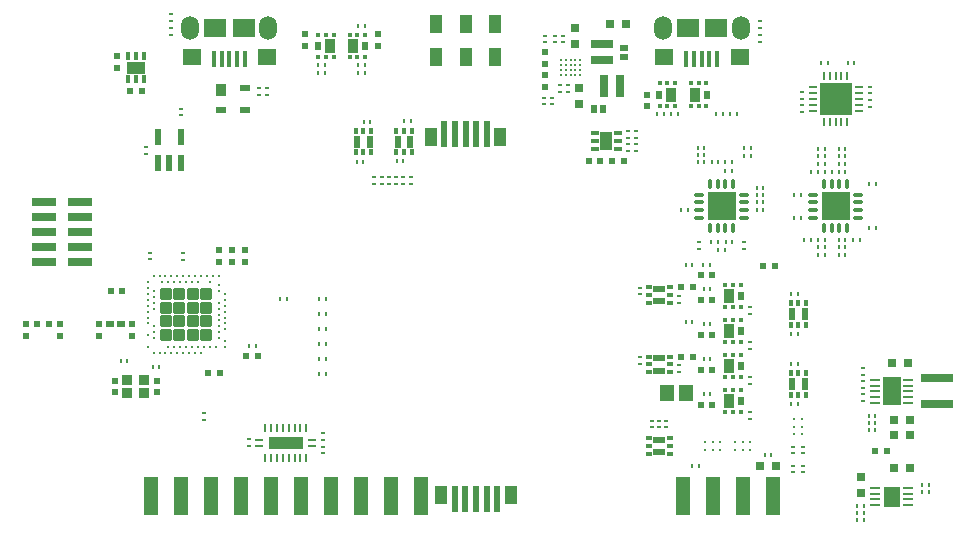
<source format=gtp>
G04*
G04 #@! TF.GenerationSoftware,Altium Limited,Altium Designer,20.1.14 (287)*
G04*
G04 Layer_Color=8421504*
%FSLAX24Y24*%
%MOIN*%
G70*
G04*
G04 #@! TF.SameCoordinates,36825D0D-408E-4E44-9134-4F5201A7400A*
G04*
G04*
G04 #@! TF.FilePolarity,Positive*
G04*
G01*
G75*
G04:AMPARAMS|DCode=23|XSize=37mil|YSize=37mil|CornerRadius=2.8mil|HoleSize=0mil|Usage=FLASHONLY|Rotation=0.000|XOffset=0mil|YOffset=0mil|HoleType=Round|Shape=RoundedRectangle|*
%AMROUNDEDRECTD23*
21,1,0.0370,0.0315,0,0,0.0*
21,1,0.0315,0.0370,0,0,0.0*
1,1,0.0056,0.0157,-0.0157*
1,1,0.0056,-0.0157,-0.0157*
1,1,0.0056,-0.0157,0.0157*
1,1,0.0056,0.0157,0.0157*
%
%ADD23ROUNDEDRECTD23*%
%ADD24O,0.0591X0.0787*%
%ADD25R,0.0500X0.1252*%
%ADD26R,0.0118X0.0106*%
%ADD27R,0.0197X0.0276*%
%ADD28R,0.0106X0.0118*%
%ADD29R,0.0276X0.0197*%
%ADD30R,0.0799X0.0299*%
%ADD31R,0.0217X0.0571*%
%ADD32R,0.0217X0.0571*%
%ADD33R,0.0157X0.0167*%
%ADD34R,0.0374X0.0453*%
%ADD35R,0.0189X0.0315*%
%ADD36O,0.0354X0.0098*%
%ADD37R,0.0571X0.0685*%
%ADD38R,0.0258X0.0118*%
%ADD39R,0.0390X0.0630*%
%ADD40R,0.0118X0.0258*%
%ADD41R,0.0630X0.0390*%
%ADD42O,0.0315X0.0098*%
%ADD43O,0.0098X0.0315*%
%ADD44R,0.1063X0.1063*%
%ADD45R,0.0197X0.0138*%
%ADD46R,0.0394X0.0236*%
%ADD47R,0.0138X0.0197*%
%ADD48R,0.0236X0.0394*%
%ADD49O,0.0098X0.0276*%
%ADD50R,0.0394X0.0630*%
%ADD51R,0.0197X0.0236*%
%ADD52R,0.0374X0.0335*%
%ADD53C,0.0118*%
%ADD54R,0.1142X0.0394*%
%ADD55O,0.0276X0.0098*%
%ADD56R,0.0354X0.0098*%
%ADD57R,0.0587X0.0929*%
%ADD58C,0.0083*%
%ADD59O,0.0118X0.0374*%
%ADD60O,0.0374X0.0118*%
%ADD61R,0.0925X0.0925*%
%ADD62R,0.0925X0.0925*%
%ADD63R,0.0236X0.0217*%
%ADD64R,0.0217X0.0236*%
%ADD65R,0.0453X0.0531*%
%ADD66R,0.0417X0.0622*%
%ADD67R,0.0236X0.0858*%
%ADD68R,0.0256X0.0197*%
%ADD69R,0.1063X0.0315*%
%ADD70R,0.0728X0.0256*%
%ADD71R,0.0256X0.0728*%
%ADD72R,0.0157X0.0531*%
%ADD73R,0.0748X0.0610*%
%ADD74R,0.0630X0.0551*%
%ADD75R,0.0335X0.0394*%
%ADD76R,0.0335X0.0236*%
%ADD77R,0.0236X0.0197*%
%ADD78R,0.0295X0.0315*%
%ADD79R,0.0315X0.0295*%
D23*
X6862Y11303D02*
D03*
X7311D02*
D03*
X7760D02*
D03*
X8209D02*
D03*
Y10854D02*
D03*
X7760D02*
D03*
X7311D02*
D03*
X6862D02*
D03*
X8209Y10406D02*
D03*
X7760D02*
D03*
X7311D02*
D03*
X6862D02*
D03*
X8209Y9957D02*
D03*
X7760D02*
D03*
X7311D02*
D03*
X6862D02*
D03*
D24*
X10276Y20187D02*
D03*
X7677D02*
D03*
X26024D02*
D03*
X23425D02*
D03*
D25*
X7366Y4587D02*
D03*
X6366D02*
D03*
X8366D02*
D03*
X9366D02*
D03*
X10366D02*
D03*
X15366D02*
D03*
X14366D02*
D03*
X13366D02*
D03*
X11366D02*
D03*
X12366D02*
D03*
X27091D02*
D03*
X26091D02*
D03*
X24091D02*
D03*
X25091D02*
D03*
D26*
X19449Y17864D02*
D03*
Y17640D02*
D03*
X19734Y17864D02*
D03*
Y17640D02*
D03*
X20266Y18063D02*
D03*
Y18287D02*
D03*
X20010Y18287D02*
D03*
Y18063D02*
D03*
X22520Y16307D02*
D03*
Y16083D02*
D03*
X22254D02*
D03*
Y16307D02*
D03*
X22520Y16752D02*
D03*
Y16528D02*
D03*
X22254D02*
D03*
Y16752D02*
D03*
X23955Y8936D02*
D03*
Y8712D02*
D03*
X30325Y17559D02*
D03*
Y17783D02*
D03*
Y18007D02*
D03*
Y18232D02*
D03*
X28051Y17392D02*
D03*
Y17616D02*
D03*
Y18041D02*
D03*
Y17817D02*
D03*
X30104Y7974D02*
D03*
Y7750D02*
D03*
Y8188D02*
D03*
Y8413D02*
D03*
X30105Y8626D02*
D03*
Y8850D02*
D03*
X26347Y7380D02*
D03*
Y7156D02*
D03*
X28091Y6227D02*
D03*
Y6003D02*
D03*
Y5594D02*
D03*
Y5370D02*
D03*
X27778Y5594D02*
D03*
Y5370D02*
D03*
Y6227D02*
D03*
Y6003D02*
D03*
X26347Y8542D02*
D03*
Y8317D02*
D03*
Y9707D02*
D03*
Y9482D02*
D03*
Y10871D02*
D03*
Y10647D02*
D03*
X23955Y11234D02*
D03*
Y11010D02*
D03*
X24644Y12825D02*
D03*
Y13050D02*
D03*
X26121Y12825D02*
D03*
Y13050D02*
D03*
X23543Y6866D02*
D03*
Y7091D02*
D03*
X23307D02*
D03*
Y6866D02*
D03*
X23071Y7091D02*
D03*
Y6866D02*
D03*
X22652Y8997D02*
D03*
Y9221D02*
D03*
Y11305D02*
D03*
Y11530D02*
D03*
X7352Y17270D02*
D03*
Y17494D02*
D03*
X10236Y18173D02*
D03*
Y17949D02*
D03*
X9951Y18173D02*
D03*
Y17949D02*
D03*
X6344Y12467D02*
D03*
Y12691D02*
D03*
X7437Y12457D02*
D03*
Y12681D02*
D03*
X9636Y6467D02*
D03*
Y6242D02*
D03*
X8120Y7118D02*
D03*
Y7343D02*
D03*
X6206Y16208D02*
D03*
Y15984D02*
D03*
X7028Y19963D02*
D03*
Y20187D02*
D03*
Y20425D02*
D03*
Y20650D02*
D03*
X26673Y19945D02*
D03*
Y19720D02*
D03*
Y20407D02*
D03*
Y20183D02*
D03*
X20108Y19701D02*
D03*
Y19925D02*
D03*
X19843Y19701D02*
D03*
Y19925D02*
D03*
X19498Y19701D02*
D03*
Y19925D02*
D03*
X15022Y14996D02*
D03*
Y15220D02*
D03*
X14780Y14996D02*
D03*
Y15220D02*
D03*
X14537Y14996D02*
D03*
Y15220D02*
D03*
X14295Y14996D02*
D03*
Y15220D02*
D03*
X14053Y14996D02*
D03*
Y15220D02*
D03*
X13811Y14996D02*
D03*
Y15220D02*
D03*
X12096Y6003D02*
D03*
Y6227D02*
D03*
Y6684D02*
D03*
Y6459D02*
D03*
D27*
X21132Y17480D02*
D03*
X21447D02*
D03*
D28*
X23457Y17303D02*
D03*
X23232D02*
D03*
X23691D02*
D03*
X23915D02*
D03*
X25437Y17313D02*
D03*
X25213D02*
D03*
X25665D02*
D03*
X25890D02*
D03*
X25731Y15721D02*
D03*
X25506D02*
D03*
X25054D02*
D03*
X25278D02*
D03*
X26362Y16174D02*
D03*
X26138D02*
D03*
Y15923D02*
D03*
X26362D02*
D03*
X25506Y15416D02*
D03*
X25731D02*
D03*
X24268Y14117D02*
D03*
X24044D02*
D03*
X24807Y15721D02*
D03*
X24583D02*
D03*
Y15947D02*
D03*
X24807D02*
D03*
X24583Y16174D02*
D03*
X24807D02*
D03*
X24411Y5591D02*
D03*
X24636D02*
D03*
X29807Y19005D02*
D03*
X29583D02*
D03*
X28707D02*
D03*
X28932D02*
D03*
X29049Y15396D02*
D03*
X28825D02*
D03*
X28596Y15396D02*
D03*
X28372D02*
D03*
X28823Y15649D02*
D03*
X28598D02*
D03*
X28823Y15901D02*
D03*
X28598D02*
D03*
X28823Y16154D02*
D03*
X28598D02*
D03*
X29287Y15396D02*
D03*
X29512D02*
D03*
X29287Y15649D02*
D03*
X29512D02*
D03*
Y15901D02*
D03*
X29287D02*
D03*
X29287Y16154D02*
D03*
X29512D02*
D03*
X30301Y14983D02*
D03*
X30526D02*
D03*
X30301Y13506D02*
D03*
X30526D02*
D03*
X29287Y13132D02*
D03*
X29512D02*
D03*
X29764D02*
D03*
X29988D02*
D03*
X29287Y12601D02*
D03*
X29512D02*
D03*
X29287Y12867D02*
D03*
X29512D02*
D03*
X28823Y12601D02*
D03*
X28598D02*
D03*
X28598Y12867D02*
D03*
X28823D02*
D03*
Y13132D02*
D03*
X28598D02*
D03*
X26774Y14117D02*
D03*
X26550D02*
D03*
X26550Y14366D02*
D03*
X26774D02*
D03*
X26550Y14615D02*
D03*
X26774D02*
D03*
X26550Y14865D02*
D03*
X26774D02*
D03*
X28033Y14628D02*
D03*
X27809D02*
D03*
X28026Y13861D02*
D03*
X27801D02*
D03*
X28136Y13132D02*
D03*
X28360D02*
D03*
X32073Y4715D02*
D03*
X32297D02*
D03*
X32297Y4956D02*
D03*
X32073D02*
D03*
X29907Y3799D02*
D03*
X30132D02*
D03*
X30132Y4031D02*
D03*
X29907D02*
D03*
X29907Y4262D02*
D03*
X30132D02*
D03*
X30287Y6783D02*
D03*
X30512D02*
D03*
X30512Y7015D02*
D03*
X30287D02*
D03*
X30287Y7248D02*
D03*
X30512D02*
D03*
X26817Y5955D02*
D03*
X27041D02*
D03*
X27703Y11306D02*
D03*
X27927D02*
D03*
X27703Y8996D02*
D03*
X27927D02*
D03*
X27703Y7658D02*
D03*
X27927D02*
D03*
X27703Y9987D02*
D03*
X27927D02*
D03*
X25276Y12781D02*
D03*
X25500D02*
D03*
X25516Y13044D02*
D03*
X25741D02*
D03*
X25258D02*
D03*
X25034D02*
D03*
X24187Y12286D02*
D03*
X24412D02*
D03*
X24993Y12286D02*
D03*
X24768D02*
D03*
X25012Y11489D02*
D03*
X24788D02*
D03*
X24188Y10390D02*
D03*
X24412D02*
D03*
X25012Y10324D02*
D03*
X24788D02*
D03*
X25012Y9156D02*
D03*
X24788D02*
D03*
X25012Y7995D02*
D03*
X24788D02*
D03*
X14809Y17087D02*
D03*
X15033D02*
D03*
X13451Y17057D02*
D03*
X13675D02*
D03*
X13498Y20246D02*
D03*
X13274D02*
D03*
X11935Y18691D02*
D03*
X12159D02*
D03*
X11935Y18937D02*
D03*
X12159D02*
D03*
X13274Y18691D02*
D03*
X13498D02*
D03*
X13498Y18937D02*
D03*
X13274D02*
D03*
X5581Y9085D02*
D03*
X5356D02*
D03*
X6644Y8878D02*
D03*
X6419D02*
D03*
X9628Y9596D02*
D03*
X9852D02*
D03*
X12183Y8654D02*
D03*
X11959D02*
D03*
X12183Y9154D02*
D03*
X11959D02*
D03*
X12183Y9654D02*
D03*
X11959D02*
D03*
X12183Y10154D02*
D03*
X11959D02*
D03*
X12183Y10654D02*
D03*
X11959D02*
D03*
X12183Y11154D02*
D03*
X11959D02*
D03*
X10665D02*
D03*
X10890D02*
D03*
X14778Y15738D02*
D03*
X14553D02*
D03*
X13215Y15709D02*
D03*
X13439D02*
D03*
D29*
X22126Y19213D02*
D03*
Y19528D02*
D03*
D30*
X2787Y12882D02*
D03*
X3988Y14382D02*
D03*
Y13882D02*
D03*
Y13382D02*
D03*
Y12882D02*
D03*
Y12382D02*
D03*
X2787Y14382D02*
D03*
Y13882D02*
D03*
Y13382D02*
D03*
Y12382D02*
D03*
D31*
X6604Y16545D02*
D03*
X7352D02*
D03*
Y15699D02*
D03*
X6978D02*
D03*
D32*
X6604Y15699D02*
D03*
D33*
X25510Y7376D02*
D03*
X25766D02*
D03*
X26022D02*
D03*
Y8121D02*
D03*
X25766D02*
D03*
X25510D02*
D03*
X12982Y19215D02*
D03*
X13238D02*
D03*
X13494D02*
D03*
Y19959D02*
D03*
X13238D02*
D03*
X12982D02*
D03*
X12451Y19959D02*
D03*
X12195D02*
D03*
X11939D02*
D03*
Y19215D02*
D03*
X12195D02*
D03*
X12451D02*
D03*
X24360Y17591D02*
D03*
X24616D02*
D03*
X24872D02*
D03*
Y18335D02*
D03*
X24616D02*
D03*
X24360D02*
D03*
X23829Y17591D02*
D03*
X23573D02*
D03*
X23317D02*
D03*
Y18335D02*
D03*
X23573D02*
D03*
X23829D02*
D03*
X25510Y9282D02*
D03*
X25766D02*
D03*
X26022D02*
D03*
Y8538D02*
D03*
X25766D02*
D03*
X25510D02*
D03*
Y10447D02*
D03*
X25766D02*
D03*
X26022D02*
D03*
Y9703D02*
D03*
X25766D02*
D03*
X25510D02*
D03*
Y11611D02*
D03*
X25766D02*
D03*
X26022D02*
D03*
Y10867D02*
D03*
X25766D02*
D03*
X25510D02*
D03*
D34*
X25638Y7749D02*
D03*
X13110Y19587D02*
D03*
X12323D02*
D03*
X24488Y17963D02*
D03*
X23701D02*
D03*
X25638Y8910D02*
D03*
Y10075D02*
D03*
Y11239D02*
D03*
D35*
X26042Y7749D02*
D03*
X13514Y19587D02*
D03*
X11919D02*
D03*
X24892Y17963D02*
D03*
X23297D02*
D03*
X26042Y8910D02*
D03*
Y10075D02*
D03*
Y11239D02*
D03*
D36*
X31608Y4269D02*
D03*
Y4466D02*
D03*
Y4663D02*
D03*
Y4860D02*
D03*
X30510Y4269D02*
D03*
Y4466D02*
D03*
Y4663D02*
D03*
Y4860D02*
D03*
D37*
X31059Y4564D02*
D03*
D38*
X21927Y16155D02*
D03*
Y16411D02*
D03*
Y16667D02*
D03*
X21157Y16155D02*
D03*
Y16411D02*
D03*
Y16667D02*
D03*
D39*
X21542Y16411D02*
D03*
D40*
X5610Y18473D02*
D03*
X5866D02*
D03*
X6122D02*
D03*
X5610Y19243D02*
D03*
X5866D02*
D03*
X6122D02*
D03*
D41*
X5866Y18858D02*
D03*
D42*
X28415Y18209D02*
D03*
Y18012D02*
D03*
Y17815D02*
D03*
Y17618D02*
D03*
Y17421D02*
D03*
X29951D02*
D03*
Y17618D02*
D03*
Y17815D02*
D03*
Y18012D02*
D03*
Y18209D02*
D03*
D43*
X28789Y17047D02*
D03*
X28986D02*
D03*
X29183D02*
D03*
X29380D02*
D03*
X29577D02*
D03*
Y18583D02*
D03*
X29380D02*
D03*
X29183D02*
D03*
X28986D02*
D03*
X28789D02*
D03*
D44*
X29183Y17815D02*
D03*
D45*
X22949Y6506D02*
D03*
Y6250D02*
D03*
Y5994D02*
D03*
X23657Y6506D02*
D03*
Y6250D02*
D03*
Y5994D02*
D03*
X22949Y9222D02*
D03*
Y8967D02*
D03*
Y8711D02*
D03*
X23657Y9222D02*
D03*
Y8967D02*
D03*
Y8711D02*
D03*
X22949Y11535D02*
D03*
Y11280D02*
D03*
Y11024D02*
D03*
X23657Y11535D02*
D03*
Y11280D02*
D03*
Y11024D02*
D03*
D46*
X23303Y6457D02*
D03*
Y6043D02*
D03*
X23303Y9173D02*
D03*
Y8760D02*
D03*
X23303Y11486D02*
D03*
Y11073D02*
D03*
D47*
X15059Y16752D02*
D03*
X14803D02*
D03*
X14547D02*
D03*
X15059Y16043D02*
D03*
X14803D02*
D03*
X14547D02*
D03*
X28199Y8672D02*
D03*
X27943D02*
D03*
X27687D02*
D03*
X28199Y7963D02*
D03*
X27943D02*
D03*
X27687D02*
D03*
X28199Y11001D02*
D03*
X27943D02*
D03*
X27687D02*
D03*
X28199Y10293D02*
D03*
X27943D02*
D03*
X27687D02*
D03*
X13189Y16043D02*
D03*
X13445D02*
D03*
X13701D02*
D03*
X13189Y16752D02*
D03*
X13445D02*
D03*
X13701D02*
D03*
D48*
X15010Y16398D02*
D03*
X14596D02*
D03*
X28150Y8317D02*
D03*
X27736D02*
D03*
X28150Y10647D02*
D03*
X27736D02*
D03*
X13238Y16398D02*
D03*
X13652D02*
D03*
D49*
X11348Y6841D02*
D03*
X11152D02*
D03*
X10364D02*
D03*
X10561D02*
D03*
X10758D02*
D03*
X10955D02*
D03*
X11545D02*
D03*
Y5856D02*
D03*
X11348D02*
D03*
X11152D02*
D03*
X10955D02*
D03*
X10758D02*
D03*
X10561D02*
D03*
X10364D02*
D03*
X10167D02*
D03*
Y6841D02*
D03*
D50*
X15866Y19213D02*
D03*
X17835D02*
D03*
X16850D02*
D03*
Y20315D02*
D03*
X17835D02*
D03*
X15866D02*
D03*
D51*
X2205Y10318D02*
D03*
Y9924D02*
D03*
X8618Y12382D02*
D03*
Y12776D02*
D03*
X9498Y12382D02*
D03*
Y12776D02*
D03*
X9081Y12382D02*
D03*
Y12776D02*
D03*
X3317Y9924D02*
D03*
Y10318D02*
D03*
X4619Y9924D02*
D03*
Y10318D02*
D03*
X5743Y9931D02*
D03*
Y10325D02*
D03*
X5158Y8033D02*
D03*
Y8427D02*
D03*
X6558Y8427D02*
D03*
Y8033D02*
D03*
X19508Y18209D02*
D03*
Y18602D02*
D03*
X5226Y19252D02*
D03*
Y18858D02*
D03*
X11486Y19587D02*
D03*
Y19980D02*
D03*
X13927Y19980D02*
D03*
Y19587D02*
D03*
X22894Y17569D02*
D03*
Y17963D02*
D03*
D52*
X6143Y8457D02*
D03*
Y8004D02*
D03*
X5572D02*
D03*
Y8457D02*
D03*
D53*
X6453Y11909D02*
D03*
X6650D02*
D03*
X6846D02*
D03*
X7043D02*
D03*
X7240D02*
D03*
X7437D02*
D03*
X7634D02*
D03*
X7831D02*
D03*
X8028D02*
D03*
X8224D02*
D03*
X8421D02*
D03*
X8618D02*
D03*
X6256Y11713D02*
D03*
X6748D02*
D03*
X6945D02*
D03*
X7142D02*
D03*
X7339D02*
D03*
X7535D02*
D03*
X7732D02*
D03*
X7929D02*
D03*
X8323D02*
D03*
X8618Y11614D02*
D03*
X6256Y11516D02*
D03*
X6453Y11417D02*
D03*
X8618D02*
D03*
X6256Y11319D02*
D03*
X8815D02*
D03*
X6453Y11220D02*
D03*
X6256Y11122D02*
D03*
X8815D02*
D03*
X6453Y11024D02*
D03*
X8618D02*
D03*
X6256Y10925D02*
D03*
X8815D02*
D03*
X6453Y10827D02*
D03*
X8618D02*
D03*
X6256Y10728D02*
D03*
X8815D02*
D03*
X8618Y10630D02*
D03*
X6256Y10532D02*
D03*
X8815D02*
D03*
X8618Y10433D02*
D03*
X6256Y10335D02*
D03*
X8815D02*
D03*
X6453Y10236D02*
D03*
X8618D02*
D03*
X8815Y10138D02*
D03*
X6453Y10039D02*
D03*
X8618D02*
D03*
X6256Y9941D02*
D03*
X8618Y9843D02*
D03*
X8815Y9744D02*
D03*
X6453Y9843D02*
D03*
X6256Y9547D02*
D03*
X6945D02*
D03*
X7142D02*
D03*
X7339D02*
D03*
X7535D02*
D03*
X7732D02*
D03*
X7929D02*
D03*
X8126D02*
D03*
X8323D02*
D03*
X8520D02*
D03*
X8815D02*
D03*
X6453Y9350D02*
D03*
X6846D02*
D03*
X7043D02*
D03*
X7240D02*
D03*
X7437D02*
D03*
X7634D02*
D03*
X7831D02*
D03*
X8028D02*
D03*
X6650D02*
D03*
X27807Y7153D02*
D03*
X28063D02*
D03*
X27807Y6897D02*
D03*
X28063D02*
D03*
X27807Y6641D02*
D03*
X28063D02*
D03*
X25345Y6380D02*
D03*
Y6125D02*
D03*
X25089Y6380D02*
D03*
Y6125D02*
D03*
X24833Y6380D02*
D03*
Y6125D02*
D03*
X26345Y6380D02*
D03*
Y6125D02*
D03*
X26089Y6380D02*
D03*
Y6125D02*
D03*
X25833Y6380D02*
D03*
Y6125D02*
D03*
D54*
X10856Y6348D02*
D03*
D55*
X11742Y6447D02*
D03*
Y6250D02*
D03*
X9970D02*
D03*
Y6447D02*
D03*
D56*
X31608Y7675D02*
D03*
Y7872D02*
D03*
Y8068D02*
D03*
Y8265D02*
D03*
Y8462D02*
D03*
X30510Y7675D02*
D03*
Y7872D02*
D03*
Y8068D02*
D03*
Y8265D02*
D03*
Y8462D02*
D03*
D57*
X31059Y8068D02*
D03*
D58*
X20039Y18632D02*
D03*
Y18789D02*
D03*
Y18947D02*
D03*
Y19104D02*
D03*
X20197Y18632D02*
D03*
Y18789D02*
D03*
Y18947D02*
D03*
Y19104D02*
D03*
X20354Y18632D02*
D03*
Y18789D02*
D03*
Y18947D02*
D03*
Y19104D02*
D03*
X20512Y18632D02*
D03*
Y18789D02*
D03*
Y18947D02*
D03*
Y19104D02*
D03*
X20669Y18632D02*
D03*
Y18789D02*
D03*
Y18947D02*
D03*
Y19104D02*
D03*
D59*
X29567Y14983D02*
D03*
X29311D02*
D03*
X29055D02*
D03*
X28799D02*
D03*
Y13506D02*
D03*
X29055D02*
D03*
X29311D02*
D03*
X29567D02*
D03*
X24999Y13506D02*
D03*
X25254D02*
D03*
X25510D02*
D03*
X25766D02*
D03*
Y14983D02*
D03*
X25510D02*
D03*
X25254D02*
D03*
X24999D02*
D03*
D60*
X28445Y14628D02*
D03*
Y14372D02*
D03*
Y14117D02*
D03*
Y13861D02*
D03*
X29921D02*
D03*
Y14117D02*
D03*
Y14372D02*
D03*
Y14628D02*
D03*
X24644Y14628D02*
D03*
Y14373D02*
D03*
Y14117D02*
D03*
Y13861D02*
D03*
X26121D02*
D03*
Y14117D02*
D03*
Y14373D02*
D03*
Y14628D02*
D03*
D61*
X29183Y14244D02*
D03*
D62*
X25382Y14245D02*
D03*
D63*
X30488Y6070D02*
D03*
X30882D02*
D03*
X2565Y10328D02*
D03*
X2959D02*
D03*
X25077Y7621D02*
D03*
X24684D02*
D03*
Y8782D02*
D03*
X25077D02*
D03*
X24684Y9950D02*
D03*
X25077D02*
D03*
X24684Y11115D02*
D03*
X25077D02*
D03*
X24684Y11961D02*
D03*
X25077D02*
D03*
X24418Y11538D02*
D03*
X24024D02*
D03*
Y9222D02*
D03*
X24418D02*
D03*
D64*
X19508Y18986D02*
D03*
Y19380D02*
D03*
D65*
X23579Y8022D02*
D03*
X24189D02*
D03*
D66*
X16033Y4606D02*
D03*
X18356D02*
D03*
X18012Y16535D02*
D03*
X15689D02*
D03*
D67*
X17195Y4488D02*
D03*
X16486D02*
D03*
X16841D02*
D03*
X17549D02*
D03*
X17904D02*
D03*
X16850Y16654D02*
D03*
X17559D02*
D03*
X17205D02*
D03*
X16496D02*
D03*
X16142D02*
D03*
D68*
X5370Y10328D02*
D03*
X4996D02*
D03*
D69*
X32565Y7638D02*
D03*
Y8504D02*
D03*
D70*
X21407Y19656D02*
D03*
Y19124D02*
D03*
D71*
X22008Y18248D02*
D03*
X21476D02*
D03*
D72*
X8976Y19134D02*
D03*
X9232D02*
D03*
X9488D02*
D03*
X8720D02*
D03*
X8465D02*
D03*
X24724D02*
D03*
X24980D02*
D03*
X25236D02*
D03*
X24469D02*
D03*
X24213D02*
D03*
D73*
X9449Y20187D02*
D03*
X8504D02*
D03*
X25197D02*
D03*
X24252D02*
D03*
D74*
X7717Y19222D02*
D03*
X10236D02*
D03*
X23465D02*
D03*
X25984D02*
D03*
D75*
X8701Y18109D02*
D03*
D76*
Y17440D02*
D03*
X9508D02*
D03*
Y18188D02*
D03*
D77*
X5409Y11417D02*
D03*
X5016D02*
D03*
X9524Y9262D02*
D03*
X9917D02*
D03*
X8264Y8671D02*
D03*
X8657D02*
D03*
X21742Y15738D02*
D03*
X22136D02*
D03*
X20955D02*
D03*
X21348D02*
D03*
X6063Y18080D02*
D03*
X5669D02*
D03*
X26770Y12247D02*
D03*
X27164D02*
D03*
D78*
X31659Y5509D02*
D03*
X31128D02*
D03*
X31659Y6631D02*
D03*
X31128D02*
D03*
X31659Y7104D02*
D03*
X31128D02*
D03*
X31610Y9003D02*
D03*
X31079D02*
D03*
X21654Y20325D02*
D03*
X22185D02*
D03*
X26663Y5591D02*
D03*
X27195D02*
D03*
D79*
X30026Y4683D02*
D03*
Y5214D02*
D03*
X20512Y19636D02*
D03*
Y20167D02*
D03*
X20630Y18179D02*
D03*
Y17648D02*
D03*
M02*

</source>
